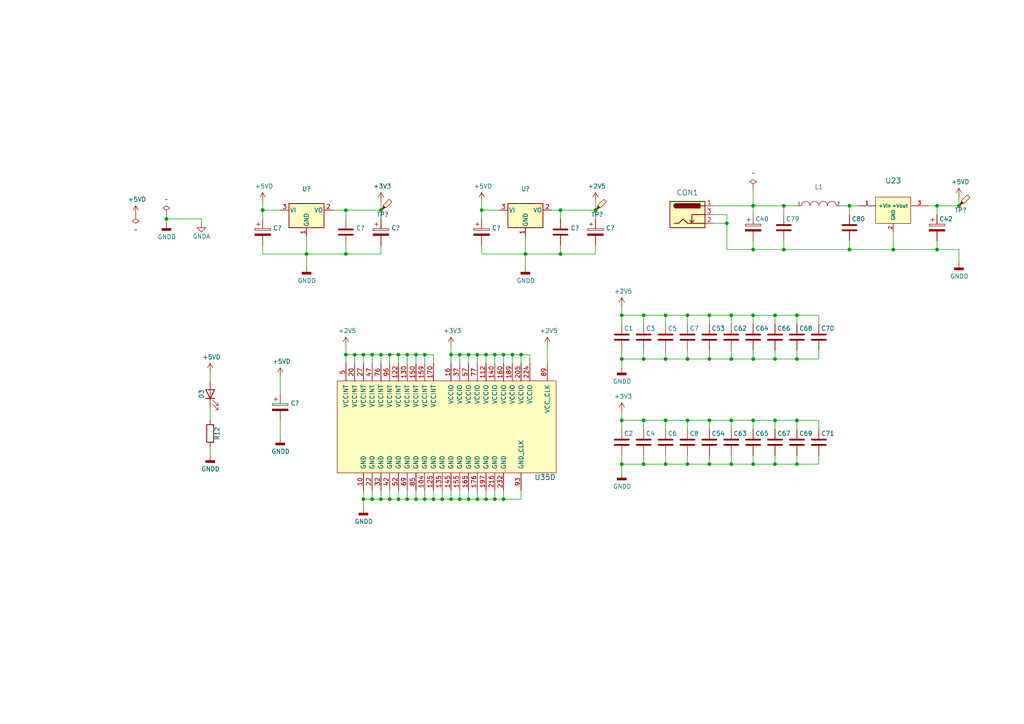
<source format=kicad_sch>
(kicad_sch (version 20211123) (generator eeschema)
  (paper "A4")
  (title_block (title "MAXI030 - 68030 based expandable computer") (date "2021-10-02") (comment 1 "Lawrence Manning"))
  (lib_symbols
    (symbol "Aslak:EPF10K130EQC240" (pin_names (offset 1.016))
      (property "Reference" "U" (at -3.81 15.24 0))
      (property "Value" "Aslak_EPF10K130EQC240" (at -2.54 8.89 0))
      (symbol "EPF10K130EQC240_1_1"
        (rectangle (start -21.59 25.4) (end 22.86 -100.33) (fill (type background)))
        (pin bidirectional line (at 27.94 -92.71 180) (length 5.08) (name "IO") (number "100"))
        (pin bidirectional line (at 27.94 -95.25 180) (length 5.08) (name "IO") (number "101"))
        (pin bidirectional line (at 27.94 -97.79 180) (length 5.08) (name "IO") (number "102"))
        (pin bidirectional line (at -26.67 -7.62 0) (length 5.08) (name "CLKUSER_I/O") (number "11"))
        (pin bidirectional line (at -26.67 -48.26 0) (length 5.08) (name "IO") (number "12"))
        (pin bidirectional line (at -26.67 -50.8 0) (length 5.08) (name "IO") (number "13"))
        (pin bidirectional line (at -26.67 -53.34 0) (length 5.08) (name "IO") (number "14"))
        (pin bidirectional line (at -26.67 -55.88 0) (length 5.08) (name "IO") (number "15"))
        (pin bidirectional line (at -26.67 -58.42 0) (length 5.08) (name "IO") (number "17"))
        (pin bidirectional line (at -26.67 -60.96 0) (length 5.08) (name "IO") (number "18"))
        (pin bidirectional line (at -26.67 22.86 0) (length 5.08) (name "DATA1_I/O") (number "181"))
        (pin bidirectional line (at -26.67 20.32 0) (length 5.08) (name "DATA2_I/O") (number "182"))
        (pin bidirectional line (at -26.67 17.78 0) (length 5.08) (name "DATA3_I/O") (number "183"))
        (pin bidirectional line (at -26.67 15.24 0) (length 5.08) (name "DATA4_I/O") (number "185"))
        (pin bidirectional line (at -26.67 12.7 0) (length 5.08) (name "DATA5_I/O") (number "186"))
        (pin bidirectional line (at -26.67 10.16 0) (length 5.08) (name "DATA6_I/O") (number "188"))
        (pin bidirectional line (at -26.67 -63.5 0) (length 5.08) (name "IO") (number "19"))
        (pin bidirectional line (at -26.67 7.62 0) (length 5.08) (name "DATA7_I/O") (number "190"))
        (pin bidirectional line (at -26.67 -15.24 0) (length 5.08) (name "~{DEV_CLR}_I/O") (number "209"))
        (pin bidirectional line (at -26.67 -66.04 0) (length 5.08) (name "IO") (number "21"))
        (pin input line (at -26.67 -30.48 0) (length 5.08) (name "IN") (number "210"))
        (pin input line (at -26.67 -22.86 0) (length 5.08) (name "IN_CLK") (number "211"))
        (pin input line (at -26.67 -33.02 0) (length 5.08) (name "IN") (number "212"))
        (pin bidirectional line (at -26.67 -12.7 0) (length 5.08) (name "DEV_OE_I/O") (number "213"))
        (pin bidirectional line (at -26.67 -68.58 0) (length 5.08) (name "IO") (number "23"))
        (pin bidirectional line (at -26.67 -5.08 0) (length 5.08) (name "~{RS}_I/O") (number "236"))
        (pin bidirectional line (at -26.67 -2.54 0) (length 5.08) (name "~{WS}_I/O") (number "238"))
        (pin bidirectional line (at -26.67 2.54 0) (length 5.08) (name "CS_I/O") (number "239"))
        (pin bidirectional line (at -26.67 -71.12 0) (length 5.08) (name "IO") (number "24"))
        (pin bidirectional line (at -26.67 0 0) (length 5.08) (name "~{CS}_I/O") (number "240"))
        (pin bidirectional line (at -26.67 -73.66 0) (length 5.08) (name "IO") (number "25"))
        (pin bidirectional line (at -26.67 -76.2 0) (length 5.08) (name "IO") (number "26"))
        (pin bidirectional line (at -26.67 -78.74 0) (length 5.08) (name "IO") (number "28"))
        (pin bidirectional line (at -26.67 -81.28 0) (length 5.08) (name "IO") (number "29"))
        (pin bidirectional line (at -26.67 -83.82 0) (length 5.08) (name "IO") (number "30"))
        (pin bidirectional line (at -26.67 -86.36 0) (length 5.08) (name "IO") (number "31"))
        (pin bidirectional line (at -26.67 -88.9 0) (length 5.08) (name "IO") (number "33"))
        (pin bidirectional line (at -26.67 -91.44 0) (length 5.08) (name "IO") (number "34"))
        (pin bidirectional line (at -26.67 -93.98 0) (length 5.08) (name "IO") (number "35"))
        (pin bidirectional line (at -26.67 -96.52 0) (length 5.08) (name "IO") (number "36"))
        (pin bidirectional line (at 27.94 21.59 180) (length 5.08) (name "IO") (number "38"))
        (pin bidirectional line (at 27.94 19.05 180) (length 5.08) (name "IO") (number "39"))
        (pin bidirectional line (at 27.94 16.51 180) (length 5.08) (name "IO") (number "40"))
        (pin bidirectional line (at 27.94 13.97 180) (length 5.08) (name "IO") (number "41"))
        (pin bidirectional line (at 27.94 11.43 180) (length 5.08) (name "IO") (number "43"))
        (pin bidirectional line (at 27.94 8.89 180) (length 5.08) (name "IO") (number "44"))
        (pin bidirectional line (at 27.94 6.35 180) (length 5.08) (name "IO") (number "45"))
        (pin bidirectional line (at 27.94 3.81 180) (length 5.08) (name "IO") (number "46"))
        (pin bidirectional line (at 27.94 1.27 180) (length 5.08) (name "IO") (number "48"))
        (pin bidirectional line (at 27.94 -1.27 180) (length 5.08) (name "IO") (number "49"))
        (pin bidirectional line (at 27.94 -3.81 180) (length 5.08) (name "IO") (number "50"))
        (pin bidirectional line (at 27.94 -6.35 180) (length 5.08) (name "IO") (number "51"))
        (pin bidirectional line (at 27.94 -8.89 180) (length 5.08) (name "IO") (number "53"))
        (pin bidirectional line (at 27.94 -11.43 180) (length 5.08) (name "IO") (number "54"))
        (pin bidirectional line (at 27.94 -13.97 180) (length 5.08) (name "IO") (number "55"))
        (pin bidirectional line (at 27.94 -16.51 180) (length 5.08) (name "IO") (number "56"))
        (pin bidirectional line (at -26.67 -38.1 0) (length 5.08) (name "IO") (number "6"))
        (pin bidirectional line (at 27.94 -19.05 180) (length 5.08) (name "IO") (number "61"))
        (pin bidirectional line (at 27.94 -21.59 180) (length 5.08) (name "IO") (number "62"))
        (pin bidirectional line (at 27.94 -24.13 180) (length 5.08) (name "IO") (number "63"))
        (pin bidirectional line (at 27.94 -26.67 180) (length 5.08) (name "IO") (number "64"))
        (pin bidirectional line (at 27.94 -29.21 180) (length 5.08) (name "IO") (number "65"))
        (pin bidirectional line (at 27.94 -31.75 180) (length 5.08) (name "IO") (number "66"))
        (pin bidirectional line (at 27.94 -34.29 180) (length 5.08) (name "IO") (number "67"))
        (pin bidirectional line (at 27.94 -36.83 180) (length 5.08) (name "IO") (number "68"))
        (pin bidirectional line (at -26.67 -40.64 0) (length 5.08) (name "IO") (number "7"))
        (pin bidirectional line (at 27.94 -39.37 180) (length 5.08) (name "IO") (number "70"))
        (pin bidirectional line (at 27.94 -41.91 180) (length 5.08) (name "IO") (number "71"))
        (pin bidirectional line (at 27.94 -44.45 180) (length 5.08) (name "IO") (number "72"))
        (pin bidirectional line (at 27.94 -46.99 180) (length 5.08) (name "IO") (number "73"))
        (pin bidirectional line (at 27.94 -49.53 180) (length 5.08) (name "IO") (number "74"))
        (pin bidirectional line (at 27.94 -52.07 180) (length 5.08) (name "IO") (number "75"))
        (pin bidirectional line (at 27.94 -54.61 180) (length 5.08) (name "IO") (number "78"))
        (pin bidirectional line (at 27.94 -57.15 180) (length 5.08) (name "IO") (number "79"))
        (pin bidirectional line (at -26.67 -43.18 0) (length 5.08) (name "IO") (number "8"))
        (pin bidirectional line (at 27.94 -59.69 180) (length 5.08) (name "IO") (number "80"))
        (pin bidirectional line (at 27.94 -62.23 180) (length 5.08) (name "IO") (number "81"))
        (pin bidirectional line (at 27.94 -64.77 180) (length 5.08) (name "IO") (number "82"))
        (pin bidirectional line (at 27.94 -67.31 180) (length 5.08) (name "IO") (number "83"))
        (pin bidirectional line (at 27.94 -69.85 180) (length 5.08) (name "IO") (number "84"))
        (pin bidirectional line (at 27.94 -72.39 180) (length 5.08) (name "IO") (number "86"))
        (pin bidirectional line (at 27.94 -74.93 180) (length 5.08) (name "IO") (number "87"))
        (pin bidirectional line (at 27.94 -77.47 180) (length 5.08) (name "IO") (number "88"))
        (pin bidirectional line (at -26.67 -45.72 0) (length 5.08) (name "IO") (number "9"))
        (pin input line (at -26.67 -25.4 0) (length 5.08) (name "IN") (number "90"))
        (pin input line (at -26.67 -20.32 0) (length 5.08) (name "IN_CLK") (number "91"))
        (pin input line (at -26.67 -27.94 0) (length 5.08) (name "IN") (number "92"))
        (pin bidirectional line (at 27.94 -80.01 180) (length 5.08) (name "IO") (number "94"))
        (pin bidirectional line (at 27.94 -82.55 180) (length 5.08) (name "IO") (number "95"))
        (pin bidirectional line (at 27.94 -85.09 180) (length 5.08) (name "IO") (number "97"))
        (pin bidirectional line (at 27.94 -87.63 180) (length 5.08) (name "IO") (number "98"))
        (pin bidirectional line (at 27.94 -90.17 180) (length 5.08) (name "IO") (number "99"))
      )
      (symbol "EPF10K130EQC240_2_1"
        (rectangle (start -21.59 24.13) (end 22.86 -100.33) (fill (type background)))
        (pin bidirectional line (at -26.67 21.59 0) (length 5.08) (name "IO") (number "103"))
        (pin bidirectional line (at -26.67 19.05 0) (length 5.08) (name "IO") (number "105"))
        (pin bidirectional line (at -26.67 16.51 0) (length 5.08) (name "IO") (number "106"))
        (pin bidirectional line (at -26.67 13.97 0) (length 5.08) (name "IO") (number "107"))
        (pin bidirectional line (at -26.67 11.43 0) (length 5.08) (name "IO") (number "108"))
        (pin bidirectional line (at -26.67 8.89 0) (length 5.08) (name "IO") (number "109"))
        (pin bidirectional line (at -26.67 6.35 0) (length 5.08) (name "IO") (number "110"))
        (pin bidirectional line (at -26.67 3.81 0) (length 5.08) (name "IO") (number "111"))
        (pin bidirectional line (at -26.67 1.27 0) (length 5.08) (name "IO") (number "113"))
        (pin bidirectional line (at -26.67 -1.27 0) (length 5.08) (name "IO") (number "114"))
        (pin bidirectional line (at -26.67 -3.81 0) (length 5.08) (name "IO") (number "115"))
        (pin bidirectional line (at -26.67 -6.35 0) (length 5.08) (name "IO") (number "116"))
        (pin bidirectional line (at -26.67 -8.89 0) (length 5.08) (name "IO") (number "117"))
        (pin bidirectional line (at -26.67 -11.43 0) (length 5.08) (name "IO") (number "118"))
        (pin bidirectional line (at -26.67 -13.97 0) (length 5.08) (name "IO") (number "119"))
        (pin bidirectional line (at -26.67 -16.51 0) (length 5.08) (name "IO") (number "120"))
        (pin bidirectional line (at -26.67 -19.05 0) (length 5.08) (name "IO") (number "126"))
        (pin bidirectional line (at -26.67 -21.59 0) (length 5.08) (name "IO") (number "127"))
        (pin bidirectional line (at -26.67 -24.13 0) (length 5.08) (name "IO") (number "128"))
        (pin bidirectional line (at -26.67 -26.67 0) (length 5.08) (name "IO") (number "129"))
        (pin bidirectional line (at -26.67 -29.21 0) (length 5.08) (name "IO") (number "131"))
        (pin bidirectional line (at -26.67 -31.75 0) (length 5.08) (name "IO") (number "132"))
        (pin bidirectional line (at -26.67 -34.29 0) (length 5.08) (name "IO") (number "133"))
        (pin bidirectional line (at -26.67 -36.83 0) (length 5.08) (name "IO") (number "134"))
        (pin bidirectional line (at -26.67 -39.37 0) (length 5.08) (name "IO") (number "136"))
        (pin bidirectional line (at -26.67 -41.91 0) (length 5.08) (name "IO") (number "137"))
        (pin bidirectional line (at -26.67 -44.45 0) (length 5.08) (name "IO") (number "138"))
        (pin bidirectional line (at -26.67 -46.99 0) (length 5.08) (name "IO") (number "139"))
        (pin bidirectional line (at -26.67 -49.53 0) (length 5.08) (name "IO") (number "141"))
        (pin bidirectional line (at -26.67 -52.07 0) (length 5.08) (name "IO") (number "142"))
        (pin bidirectional line (at -26.67 -54.61 0) (length 5.08) (name "IO") (number "143"))
        (pin bidirectional line (at -26.67 -57.15 0) (length 5.08) (name "IO") (number "144"))
        (pin bidirectional line (at -26.67 -59.69 0) (length 5.08) (name "IO") (number "146"))
        (pin bidirectional line (at -26.67 -62.23 0) (length 5.08) (name "IO") (number "147"))
        (pin bidirectional line (at -26.67 -64.77 0) (length 5.08) (name "IO") (number "148"))
        (pin bidirectional line (at -26.67 -67.31 0) (length 5.08) (name "IO") (number "149"))
        (pin bidirectional line (at -26.67 -69.85 0) (length 5.08) (name "IO") (number "151"))
        (pin bidirectional line (at -26.67 -72.39 0) (length 5.08) (name "IO") (number "152"))
        (pin bidirectional line (at -26.67 -74.93 0) (length 5.08) (name "IO") (number "153"))
        (pin bidirectional line (at -26.67 -77.47 0) (length 5.08) (name "IO") (number "154"))
        (pin bidirectional line (at -26.67 -80.01 0) (length 5.08) (name "IO") (number "156"))
        (pin bidirectional line (at -26.67 -82.55 0) (length 5.08) (name "IO") (number "157"))
        (pin bidirectional line (at -26.67 -85.09 0) (length 5.08) (name "IO") (number "158"))
        (pin bidirectional line (at -26.67 -87.63 0) (length 5.08) (name "IO") (number "161"))
        (pin bidirectional line (at -26.67 -90.17 0) (length 5.08) (name "IO") (number "162"))
        (pin bidirectional line (at -26.67 -92.71 0) (length 5.08) (name "IO") (number "163"))
        (pin bidirectional line (at -26.67 -95.25 0) (length 5.08) (name "IO") (number "164"))
        (pin bidirectional line (at -26.67 -97.79 0) (length 5.08) (name "IO") (number "166"))
        (pin bidirectional line (at 27.94 19.05 180) (length 5.08) (name "IO") (number "167"))
        (pin bidirectional line (at 27.94 16.51 180) (length 5.08) (name "IO") (number "168"))
        (pin bidirectional line (at 27.94 13.97 180) (length 5.08) (name "IO") (number "169"))
        (pin bidirectional line (at 27.94 11.43 180) (length 5.08) (name "IO") (number "171"))
        (pin bidirectional line (at 27.94 8.89 180) (length 5.08) (name "IO") (number "172"))
        (pin bidirectional line (at 27.94 6.35 180) (length 5.08) (name "IO") (number "173"))
        (pin bidirectional line (at 27.94 3.81 180) (length 5.08) (name "IO") (number "174"))
        (pin bidirectional line (at 27.94 1.27 180) (length 5.08) (name "IO") (number "175"))
        (pin bidirectional line (at 27.94 -1.27 180) (length 5.08) (name "IO") (number "184"))
        (pin bidirectional line (at 27.94 -3.81 180) (length 5.08) (name "IO") (number "187"))
        (pin bidirectional line (at 27.94 -6.35 180) (length 5.08) (name "IO") (number "191"))
        (pin bidirectional line (at 27.94 -8.89 180) (length 5.08) (name "IO") (number "192"))
        (pin bidirectional line (at 27.94 -11.43 180) (length 5.08) (name "IO") (number "193"))
        (pin bidirectional line (at 27.94 -13.97 180) (length 5.08) (name "IO") (number "194"))
        (pin bidirectional line (at 27.94 -16.51 180) (length 5.08) (name "IO") (number "195"))
        (pin bidirectional line (at 27.94 -19.05 180) (length 5.08) (name "IO") (number "196"))
        (pin bidirectional line (at 27.94 -21.59 180) (length 5.08) (name "IO") (number "198"))
        (pin bidirectional line (at 27.94 -24.13 180) (length 5.08) (name "IO") (number "199"))
        (pin bidirectional line (at 27.94 -26.67 180) (length 5.08) (name "IO") (number "200"))
        (pin bidirectional line (at 27.94 -29.21 180) (length 5.08) (name "IO") (number "201"))
        (pin bidirectional line (at 27.94 -31.75 180) (length 5.08) (name "IO") (number "202"))
        (pin bidirectional line (at 27.94 -34.29 180) (length 5.08) (name "IO") (number "203"))
        (pin bidirectional line (at 27.94 -36.83 180) (length 5.08) (name "IO") (number "204"))
        (pin bidirectional line (at 27.94 -39.37 180) (length 5.08) (name "IO") (number "206"))
        (pin bidirectional line (at 27.94 -41.91 180) (length 5.08) (name "IO") (number "207"))
        (pin bidirectional line (at 27.94 -44.45 180) (length 5.08) (name "IO") (number "208"))
        (pin bidirectional line (at 27.94 -46.99 180) (length 5.08) (name "IO") (number "214"))
        (pin bidirectional line (at 27.94 -49.53 180) (length 5.08) (name "IO") (number "215"))
        (pin bidirectional line (at 27.94 -52.07 180) (length 5.08) (name "IO") (number "217"))
        (pin bidirectional line (at 27.94 -54.61 180) (length 5.08) (name "IO") (number "218"))
        (pin bidirectional line (at 27.94 -57.15 180) (length 5.08) (name "IO") (number "219"))
        (pin bidirectional line (at 27.94 -59.69 180) (length 5.08) (name "IO") (number "220"))
        (pin bidirectional line (at 27.94 -62.23 180) (length 5.08) (name "IO") (number "221"))
        (pin bidirectional line (at 27.94 -64.77 180) (length 5.08) (name "IO") (number "222"))
        (pin bidirectional line (at 27.94 -67.31 180) (length 5.08) (name "IO") (number "223"))
        (pin bidirectional line (at 27.94 -69.85 180) (length 5.08) (name "IO") (number "225"))
        (pin bidirectional line (at 27.94 -72.39 180) (length 5.08) (name "IO") (number "226"))
        (pin bidirectional line (at 27.94 -74.93 180) (length 5.08) (name "IO") (number "227"))
        (pin bidirectional line (at 27.94 -77.47 180) (length 5.08) (name "IO") (number "228"))
        (pin bidirectional line (at 27.94 -80.01 180) (length 5.08) (name "IO") (number "229"))
        (pin bidirectional line (at 27.94 -82.55 180) (length 5.08) (name "IO") (number "230"))
        (pin bidirectional line (at 27.94 -85.09 180) (length 5.08) (name "IO") (number "231"))
        (pin bidirectional line (at 27.94 -87.63 180) (length 5.08) (name "IO") (number "233"))
        (pin bidirectional line (at 27.94 -90.17 180) (length 5.08) (name "IO") (number "234"))
        (pin bidirectional line (at 27.94 -92.71 180) (length 5.08) (name "IO") (number "235"))
        (pin bidirectional line (at 27.94 -95.25 180) (length 5.08) (name "IO") (number "237"))
      )
      (symbol "EPF10K130EQC240_3_1"
        (rectangle (start -21.59 -15.24) (end 19.05 25.4) (fill (type background)))
        (pin input line (at -26.67 16.51 0) (length 5.08) (name "TCK") (number "1"))
        (pin input inverted (at -26.67 -1.27 0) (length 5.08) (name "~{CONFIG}") (number "121"))
        (pin input line (at 24.13 1.27 180) (length 5.08) (name "MSEL1") (number "123"))
        (pin input line (at 24.13 3.81 180) (length 5.08) (name "MSEL0") (number "124"))
        (pin input line (at -26.67 19.05 0) (length 5.08) (name "TDI") (number "177"))
        (pin input inverted (at -26.67 6.35 0) (length 5.08) (name "~{CE}") (number "178"))
        (pin input line (at -26.67 -3.81 0) (length 5.08) (name "DCLK") (number "179"))
        (pin input line (at -26.67 -8.89 0) (length 5.08) (name "DATA0") (number "180"))
        (pin bidirectional line (at -26.67 1.27 0) (length 5.08) (name "CONFIG_DONE") (number "2"))
        (pin output inverted (at 24.13 8.89 180) (length 5.08) (name "~{CEO}") (number "3"))
        (pin output line (at -26.67 21.59 0) (length 5.08) (name "TDO") (number "4"))
        (pin input line (at -26.67 13.97 0) (length 5.08) (name "TMS") (number "58"))
        (pin input line (at -26.67 11.43 0) (length 5.08) (name "TRST") (number "59"))
        (pin input inverted (at -26.67 3.81 0) (length 5.08) (name "~{STATUS}") (number "60"))
      )
      (symbol "EPF10K130EQC240_4_1"
        (rectangle (start -27.94 25.4) (end 35.56 -1.27) (fill (type background)))
        (pin power_in line (at -20.32 -6.35 90) (length 5.08) (name "GND") (number "10"))
        (pin power_in line (at -2.54 -6.35 90) (length 5.08) (name "GND") (number "104"))
        (pin power_in line (at 15.24 30.48 270) (length 5.08) (name "VCCIO") (number "112"))
        (pin power_in line (at -10.16 30.48 270) (length 5.08) (name "VCCINT") (number "122"))
        (pin power_in line (at 0 -6.35 90) (length 5.08) (name "GND") (number "125"))
        (pin power_in line (at -7.62 30.48 270) (length 5.08) (name "VCCINT") (number "130"))
        (pin power_in line (at 2.54 -6.35 90) (length 5.08) (name "GND") (number "135"))
        (pin power_in line (at 17.78 30.48 270) (length 5.08) (name "VCCIO") (number "140"))
        (pin power_in line (at 5.08 -6.35 90) (length 5.08) (name "GND") (number "145"))
        (pin power_in line (at -5.08 30.48 270) (length 5.08) (name "VCCINT") (number "150"))
        (pin power_in line (at 7.62 -6.35 90) (length 5.08) (name "GND") (number "155"))
        (pin power_in line (at -2.54 30.48 270) (length 5.08) (name "VCCINT") (number "159"))
        (pin power_in line (at 5.08 30.48 270) (length 5.08) (name "VCCIO") (number "16"))
        (pin power_in line (at 20.32 30.48 270) (length 5.08) (name "VCCIO") (number "160"))
        (pin power_in line (at 10.16 -6.35 90) (length 5.08) (name "GND") (number "165"))
        (pin power_in line (at 0 30.48 270) (length 5.08) (name "VCCINT") (number "170"))
        (pin power_in line (at 12.7 -6.35 90) (length 5.08) (name "GND") (number "176"))
        (pin power_in line (at 22.86 30.48 270) (length 5.08) (name "VCCIO") (number "189"))
        (pin power_in line (at 15.24 -6.35 90) (length 5.08) (name "GND") (number "197"))
        (pin power_in line (at -22.86 30.48 270) (length 5.08) (name "VCCINT") (number "20"))
        (pin power_in line (at 25.4 30.48 270) (length 5.08) (name "VCCIO") (number "205"))
        (pin power_in line (at 17.78 -6.35 90) (length 5.08) (name "GND") (number "216"))
        (pin power_in line (at -17.78 -6.35 90) (length 5.08) (name "GND") (number "22"))
        (pin power_in line (at 27.94 30.48 270) (length 5.08) (name "VCCIO") (number "224"))
        (pin power_in line (at 20.32 -6.35 90) (length 5.08) (name "GND") (number "232"))
        (pin power_in line (at -20.32 30.48 270) (length 5.08) (name "VCCINT") (number "27"))
        (pin power_in line (at -15.24 -6.35 90) (length 5.08) (name "GND") (number "32"))
        (pin power_in line (at 7.62 30.48 270) (length 5.08) (name "VCCIO") (number "37"))
        (pin power_in line (at -12.7 -6.35 90) (length 5.08) (name "GND") (number "42"))
        (pin power_in line (at -17.78 30.48 270) (length 5.08) (name "VCCINT") (number "47"))
        (pin power_in line (at -25.4 30.48 270) (length 5.08) (name "VCCINT") (number "5"))
        (pin power_in line (at -10.16 -6.35 90) (length 5.08) (name "GND") (number "52"))
        (pin power_in line (at 10.16 30.48 270) (length 5.08) (name "VCCIO") (number "57"))
        (pin power_in line (at -7.62 -6.35 90) (length 5.08) (name "GND") (number "69"))
        (pin power_in line (at -15.24 30.48 270) (length 5.08) (name "VCCINT") (number "76"))
        (pin power_in line (at 12.7 30.48 270) (length 5.08) (name "VCCIO") (number "77"))
        (pin power_in line (at -5.08 -6.35 90) (length 5.08) (name "GND") (number "85"))
        (pin power_in line (at 33.02 30.48 270) (length 5.08) (name "VCC_CLK") (number "89"))
        (pin power_in line (at 25.4 -6.35 90) (length 5.08) (name "GND_CLK") (number "93"))
        (pin power_in line (at -12.7 30.48 270) (length 5.08) (name "VCCINT") (number "96"))
      )
    )
    (symbol "Aslak:SR05S05" (pin_names (offset 0.762))
      (property "Reference" "U" (at 3.81 -4.9784 0))
      (property "Value" "Aslak_SR05S05" (at 0 5.08 0))
      (symbol "SR05S05_0_1"
        (rectangle (start -5.08 -3.81) (end 5.08 3.81) (fill (type background)))
      )
      (symbol "SR05S05_1_1"
        (pin input line (at -10.16 1.27 0) (length 5.08) (name "+Vin") (number "1"))
        (pin input line (at 0 -6.35 90) (length 2.54) (name "GND") (number "2"))
        (pin power_out line (at 10.16 1.27 180) (length 5.08) (name "+Vout") (number "3"))
      )
    )
    (symbol "Connector:Barrel_Jack_Switch" (pin_names hide)
      (property "Reference" "J" (at 0 5.334 0))
      (property "Value" "Barrel_Jack_Switch" (at 0 -5.08 0))
      (symbol "Barrel_Jack_Switch_0_1"
        (rectangle (start -5.08 3.81) (end 5.08 -3.81) (stroke (width 0.254)) (fill (type background)))
        (arc (start -3.302 3.175) (mid -3.937 2.54) (end -3.302 1.905) (stroke (width 0.254)))
        (arc (start -3.302 3.175) (mid -3.937 2.54) (end -3.302 1.905) (stroke (width 0.254)) (fill (type outline)))
        (polyline (pts (xy 1.27 -2.286) (xy 1.905 -1.651)) (stroke (width 0.254)))
        (polyline (pts (xy 5.08 2.54) (xy 3.81 2.54)) (stroke (width 0.254)))
        (polyline (pts (xy 5.08 0) (xy 1.27 0) (xy 1.27 -2.286) (xy 0.635 -1.651)) (stroke (width 0.254)))
        (polyline (pts (xy -3.81 -2.54) (xy -2.54 -2.54) (xy -1.27 -1.27) (xy 0 -2.54) (xy 2.54 -2.54) (xy 5.08 -2.54)) (stroke (width 0.254)))
        (rectangle (start 3.683 3.175) (end -3.302 1.905) (stroke (width 0.254)) (fill (type outline)))
      )
      (symbol "Barrel_Jack_Switch_1_1"
        (pin passive line (at 7.62 2.54 180) (length 2.54) (name "~") (number "1"))
        (pin passive line (at 7.62 -2.54 180) (length 2.54) (name "~") (number "2"))
        (pin passive line (at 7.62 0 180) (length 2.54) (name "~") (number "3"))
      )
    )
    (symbol "Connector:TestPoint_Probe" (pin_numbers hide) (pin_names (offset 0.762) hide)
      (property "Reference" "TP" (at 1.651 5.842 0))
      (property "Value" "TestPoint_Probe" (at 1.651 4.064 0))
      (symbol "TestPoint_Probe_0_1"
        (polyline (pts (xy 1.27 0.762) (xy 0 0) (xy 0.762 1.27) (xy 1.27 0.762)) (fill (type outline)))
        (polyline (pts (xy 1.397 0.635) (xy 0.635 1.397) (xy 2.413 3.175) (xy 3.175 2.413) (xy 1.397 0.635)) (fill (type background)))
      )
      (symbol "TestPoint_Probe_1_1"
        (pin passive line (at 0 0 90) (length 0) (name "1") (number "1"))
      )
    )
    (symbol "Device:C" (pin_numbers hide) (pin_names (offset 0.254))
      (property "Reference" "C" (at 0.635 2.54 0))
      (property "Value" "C" (at 0.635 -2.54 0))
      (symbol "C_0_1"
        (polyline (pts (xy -2.032 -0.762) (xy 2.032 -0.762)) (stroke (width 0.508)))
        (polyline (pts (xy -2.032 0.762) (xy 2.032 0.762)) (stroke (width 0.508)))
      )
      (symbol "C_1_1"
        (pin passive line (at 0 3.81 270) (length 2.794) (name "~") (number "1"))
        (pin passive line (at 0 -3.81 90) (length 2.794) (name "~") (number "2"))
      )
    )
    (symbol "Device:CP" (pin_numbers hide) (pin_names (offset 0.254))
      (property "Reference" "C" (at 0.635 2.54 0))
      (property "Value" "Device_CP" (at 0.635 -2.54 0))
      (symbol "CP_0_1"
        (rectangle (start -2.286 0.508) (end 2.286 1.016))
        (polyline (pts (xy -1.778 2.286) (xy -0.762 2.286)))
        (polyline (pts (xy -1.27 2.794) (xy -1.27 1.778)))
        (rectangle (start 2.286 -0.508) (end -2.286 -1.016) (fill (type outline)))
      )
      (symbol "CP_1_1"
        (pin passive line (at 0 3.81 270) (length 2.794) (name "~") (number "1"))
        (pin passive line (at 0 -3.81 90) (length 2.794) (name "~") (number "2"))
      )
    )
    (symbol "Device:LED" (pin_numbers hide) (pin_names (offset 1.016) hide)
      (property "Reference" "D" (at 0 2.54 0))
      (property "Value" "LED" (at 0 -2.54 0))
      (symbol "LED_0_1"
        (polyline (pts (xy -1.27 -1.27) (xy -1.27 1.27)) (stroke (width 0.254)))
        (polyline (pts (xy -1.27 0) (xy 1.27 0)))
        (polyline (pts (xy 1.27 -1.27) (xy 1.27 1.27) (xy -1.27 0) (xy 1.27 -1.27)) (stroke (width 0.254)))
        (polyline (pts (xy -3.048 -0.762) (xy -4.572 -2.286) (xy -3.81 -2.286) (xy -4.572 -2.286) (xy -4.572 -1.524)))
        (polyline (pts (xy -1.778 -0.762) (xy -3.302 -2.286) (xy -2.54 -2.286) (xy -3.302 -2.286) (xy -3.302 -1.524)))
      )
      (symbol "LED_1_1"
        (pin passive line (at -3.81 0 0) (length 2.54) (name "K") (number "1"))
        (pin passive line (at 3.81 0 180) (length 2.54) (name "A") (number "2"))
      )
    )
    (symbol "Device:R" (pin_numbers hide) (pin_names (offset 0))
      (property "Reference" "R" (at 2.032 0 90))
      (property "Value" "R" (at 0 0 90))
      (symbol "R_0_1"
        (rectangle (start -1.016 -2.54) (end 1.016 2.54) (stroke (width 0.254)))
      )
      (symbol "R_1_1"
        (pin passive line (at 0 3.81 270) (length 1.27) (name "~") (number "1"))
        (pin passive line (at 0 -3.81 90) (length 1.27) (name "~") (number "2"))
      )
    )
    (symbol "Regulator_Linear:AZ1117-1.2" (pin_names (offset 0.254))
      (property "Reference" "U" (at -3.81 3.175 0))
      (property "Value" "AZ1117-1.2" (at 0 3.175 0))
      (symbol "AZ1117-1.2_0_1"
        (rectangle (start -5.08 1.905) (end 5.08 -5.08) (stroke (width 0.254)) (fill (type background)))
      )
      (symbol "AZ1117-1.2_1_1"
        (pin power_in line (at 0 -7.62 90) (length 2.54) (name "GND") (number "1"))
        (pin power_out line (at 7.62 0 180) (length 2.54) (name "VO") (number "2"))
        (pin power_in line (at -7.62 0 0) (length 2.54) (name "VI") (number "3"))
      )
    )
    (symbol "Regulator_Linear:AZ1117-3.3" (pin_names (offset 0.254))
      (property "Reference" "U" (at -3.81 3.175 0))
      (property "Value" "AZ1117-3.3" (at 0 3.175 0))
      (symbol "AZ1117-3.3_0_1"
        (rectangle (start -5.08 1.905) (end 5.08 -5.08) (stroke (width 0.254)) (fill (type background)))
      )
      (symbol "AZ1117-3.3_1_1"
        (pin power_in line (at 0 -7.62 90) (length 2.54) (name "GND") (number "1"))
        (pin power_out line (at 7.62 0 180) (length 2.54) (name "VO") (number "2"))
        (pin power_in line (at -7.62 0 0) (length 2.54) (name "VI") (number "3"))
      )
    )
    (symbol "power:+2V5" (power) (pin_names (offset 0))
      (property "Value" "+2V5" (at 0 3.556 0))
      (symbol "+2V5_0_1"
        (polyline (pts (xy -0.762 1.27) (xy 0 2.54)))
        (polyline (pts (xy 0 0) (xy 0 2.54)))
        (polyline (pts (xy 0 2.54) (xy 0.762 1.27)))
      )
      (symbol "+2V5_1_1"
        (pin power_in line (at 0 0 90) (length 0) hide (name "+2V5") (number "1"))
      )
    )
    (symbol "power:+3V3" (power) (pin_names (offset 0))
      (property "Value" "+3V3" (at 0 3.556 0))
      (symbol "+3V3_0_1"
        (polyline (pts (xy -0.762 1.27) (xy 0 2.54)))
        (polyline (pts (xy 0 0) (xy 0 2.54)))
        (polyline (pts (xy 0 2.54) (xy 0.762 1.27)))
      )
      (symbol "+3V3_1_1"
        (pin power_in line (at 0 0 90) (length 0) hide (name "+3V3") (number "1"))
      )
    )
    (symbol "power:+5VD" (power) (pin_names (offset 0))
      (property "Value" "+5VD" (at 0 3.556 0))
      (symbol "+5VD_0_1"
        (polyline (pts (xy -0.762 1.27) (xy 0 2.54)))
        (polyline (pts (xy 0 0) (xy 0 2.54)))
        (polyline (pts (xy 0 2.54) (xy 0.762 1.27)))
      )
      (symbol "+5VD_1_1"
        (pin power_in line (at 0 0 90) (length 0) hide (name "+5VD") (number "1"))
      )
    )
    (symbol "power:GNDA" (power) (pin_names (offset 0))
      (property "Value" "GNDA" (at 0 -3.81 0))
      (symbol "GNDA_0_1"
        (polyline (pts (xy 0 0) (xy 0 -1.27) (xy 1.27 -1.27) (xy 0 -2.54) (xy -1.27 -1.27) (xy 0 -1.27)))
      )
      (symbol "GNDA_1_1"
        (pin power_in line (at 0 0 270) (length 0) hide (name "GNDA") (number "1"))
      )
    )
    (symbol "power:GNDD" (power) (pin_names (offset 0))
      (property "Value" "GNDD" (at 0 -3.175 0))
      (symbol "GNDD_0_1"
        (rectangle (start -1.27 -1.524) (end 1.27 -2.032) (stroke (width 0.254)) (fill (type outline)))
        (polyline (pts (xy 0 0) (xy 0 -1.524)))
      )
      (symbol "GNDD_1_1"
        (pin power_in line (at 0 0 270) (length 0) hide (name "GNDD") (number "1"))
      )
    )
    (symbol "power:PWR_FLAG" (power) (pin_numbers hide) (pin_names (offset 0) hide)
      (property "Value" "PWR_FLAG" (at 0 3.81 0))
      (symbol "PWR_FLAG_0_0"
        (pin power_out line (at 0 0 90) (length 0) (name "pwr") (number "1"))
      )
      (symbol "PWR_FLAG_0_1"
        (polyline (pts (xy 0 0) (xy 0 1.27) (xy -1.016 1.905) (xy 0 2.54) (xy 1.016 1.905) (xy 0 1.27)))
      )
    )
    (symbol "pspice:INDUCTOR" (pin_numbers hide) (pin_names (offset 0))
      (property "Reference" "L" (at 0 2.54 0))
      (property "Value" "INDUCTOR" (at 0 -1.27 0))
      (symbol "INDUCTOR_0_1"
        (arc (start -2.54 0) (mid -3.81 1.27) (end -5.08 0))
        (arc (start 0 0) (mid -1.27 1.27) (end -2.54 0))
        (arc (start 2.54 0) (mid 1.27 1.27) (end 0 0))
        (arc (start 5.08 0) (mid 3.81 1.27) (end 2.54 0))
      )
      (symbol "INDUCTOR_1_1"
        (pin input line (at -6.35 0 0) (length 1.27) (name "1") (number "1"))
        (pin input line (at 6.35 0 180) (length 1.27) (name "2") (number "2"))
      )
    )
  )
  (junction (at 186.69 91.44))
  (junction (at 180.34 91.44))
  (junction (at 212.09 104.14))
  (junction (at 118.11 144.78))
  (junction (at 100.33 73.66))
  (junction (at 259.08 72.39))
  (junction (at 172.72 60.96))
  (junction (at 113.03 144.78))
  (junction (at 205.74 91.44))
  (junction (at 180.34 134.62))
  (junction (at 218.44 91.44))
  (junction (at 138.43 144.78))
  (junction (at 212.09 91.44))
  (junction (at 231.14 134.62))
  (junction (at 107.95 144.78))
  (junction (at 48.26 63.5))
  (junction (at 227.33 59.69))
  (junction (at 246.38 59.69))
  (junction (at 105.41 102.87))
  (junction (at 105.41 144.78))
  (junction (at 199.39 134.62))
  (junction (at 140.97 144.78))
  (junction (at 205.74 121.92))
  (junction (at 231.14 104.14))
  (junction (at 115.57 102.87))
  (junction (at 143.51 144.78))
  (junction (at 224.79 121.92))
  (junction (at 102.87 102.87))
  (junction (at 224.79 104.14))
  (junction (at 224.79 91.44))
  (junction (at 199.39 104.14))
  (junction (at 205.74 104.14))
  (junction (at 218.44 72.39))
  (junction (at 162.56 60.96))
  (junction (at 115.57 144.78))
  (junction (at 120.65 102.87))
  (junction (at 138.43 102.87))
  (junction (at 218.44 104.14))
  (junction (at 152.4 73.66))
  (junction (at 278.13 59.69))
  (junction (at 118.11 102.87))
  (junction (at 107.95 102.87))
  (junction (at 271.78 59.69))
  (junction (at 130.81 144.78))
  (junction (at 180.34 104.14))
  (junction (at 218.44 121.92))
  (junction (at 148.59 102.87))
  (junction (at 88.9 73.66))
  (junction (at 143.51 102.87))
  (junction (at 140.97 102.87))
  (junction (at 205.74 134.62))
  (junction (at 186.69 104.14))
  (junction (at 76.2 60.96))
  (junction (at 218.44 134.62))
  (junction (at 113.03 102.87))
  (junction (at 227.33 72.39))
  (junction (at 180.34 121.92))
  (junction (at 271.78 72.39))
  (junction (at 231.14 121.92))
  (junction (at 139.7 60.96))
  (junction (at 212.09 134.62))
  (junction (at 110.49 60.96))
  (junction (at 186.69 121.92))
  (junction (at 199.39 91.44))
  (junction (at 193.04 104.14))
  (junction (at 162.56 73.66))
  (junction (at 193.04 134.62))
  (junction (at 193.04 91.44))
  (junction (at 123.19 102.87))
  (junction (at 110.49 102.87))
  (junction (at 125.73 144.78))
  (junction (at 123.19 144.78))
  (junction (at 100.33 60.96))
  (junction (at 231.14 91.44))
  (junction (at 130.81 102.87))
  (junction (at 193.04 121.92))
  (junction (at 135.89 144.78))
  (junction (at 100.33 102.87))
  (junction (at 146.05 144.78))
  (junction (at 146.05 102.87))
  (junction (at 120.65 144.78))
  (junction (at 224.79 134.62))
  (junction (at 186.69 134.62))
  (junction (at 110.49 144.78))
  (junction (at 199.39 121.92))
  (junction (at 210.82 64.77))
  (junction (at 133.35 102.87))
  (junction (at 135.89 102.87))
  (junction (at 212.09 121.92))
  (junction (at 246.38 72.39))
  (junction (at 151.13 102.87))
  (junction (at 218.44 59.69))
  (junction (at 128.27 144.78))
  (junction (at 133.35 144.78))
  (wire (pts (xy 139.7 60.96) (xy 139.7 63.5)))
  (wire (pts (xy 140.97 144.78) (xy 143.51 144.78)))
  (wire (pts (xy 218.44 72.39) (xy 227.33 72.39)))
  (wire (pts (xy 133.35 105.41) (xy 133.35 102.87)))
  (wire (pts (xy 162.56 60.96) (xy 172.72 60.96)))
  (wire (pts (xy 259.08 72.39) (xy 271.78 72.39)))
  (wire (pts (xy 212.09 101.6) (xy 212.09 104.14)))
  (wire (pts (xy 231.14 134.62) (xy 224.79 134.62)))
  (wire (pts (xy 186.69 93.98) (xy 186.69 91.44)))
  (wire (pts (xy 224.79 134.62) (xy 218.44 134.62)))
  (wire (pts (xy 207.01 59.69) (xy 218.44 59.69)))
  (wire (pts (xy 224.79 132.08) (xy 224.79 134.62)))
  (wire (pts (xy 278.13 72.39) (xy 278.13 76.2)))
  (wire (pts (xy 81.28 121.92) (xy 81.28 127)))
  (wire (pts (xy 205.74 93.98) (xy 205.74 91.44)))
  (wire (pts (xy 218.44 59.69) (xy 218.44 62.23)))
  (wire (pts (xy 107.95 102.87) (xy 110.49 102.87)))
  (wire (pts (xy 162.56 71.12) (xy 162.56 73.66)))
  (wire (pts (xy 237.49 132.08) (xy 237.49 134.62)))
  (wire (pts (xy 110.49 63.5) (xy 110.49 60.96)))
  (wire (pts (xy 193.04 134.62) (xy 186.69 134.62)))
  (wire (pts (xy 180.34 132.08) (xy 180.34 134.62)))
  (wire (pts (xy 110.49 60.96) (xy 110.49 58.42)))
  (wire (pts (xy 88.9 68.58) (xy 88.9 73.66)))
  (wire (pts (xy 180.34 88.9) (xy 180.34 91.44)))
  (wire (pts (xy 227.33 72.39) (xy 227.33 69.85)))
  (wire (pts (xy 130.81 142.24) (xy 130.81 144.78)))
  (wire (pts (xy 81.28 60.96) (xy 76.2 60.96)))
  (wire (pts (xy 210.82 62.23) (xy 210.82 64.77)))
  (wire (pts (xy 125.73 105.41) (xy 125.73 102.87)))
  (wire (pts (xy 107.95 144.78) (xy 110.49 144.78)))
  (wire (pts (xy 224.79 101.6) (xy 224.79 104.14)))
  (wire (pts (xy 113.03 105.41) (xy 113.03 102.87)))
  (wire (pts (xy 212.09 132.08) (xy 212.09 134.62)))
  (wire (pts (xy 186.69 104.14) (xy 180.34 104.14)))
  (wire (pts (xy 158.75 105.41) (xy 158.75 100.33)))
  (wire (pts (xy 227.33 59.69) (xy 231.14 59.69)))
  (wire (pts (xy 133.35 142.24) (xy 133.35 144.78)))
  (wire (pts (xy 218.44 104.14) (xy 212.09 104.14)))
  (wire (pts (xy 186.69 101.6) (xy 186.69 104.14)))
  (wire (pts (xy 218.44 121.92) (xy 218.44 124.46)))
  (wire (pts (xy 143.51 144.78) (xy 146.05 144.78)))
  (wire (pts (xy 231.14 104.14) (xy 224.79 104.14)))
  (wire (pts (xy 60.96 118.11) (xy 60.96 121.92)))
  (wire (pts (xy 227.33 72.39) (xy 246.38 72.39)))
  (wire (pts (xy 135.89 142.24) (xy 135.89 144.78)))
  (wire (pts (xy 218.44 69.85) (xy 218.44 72.39)))
  (wire (pts (xy 218.44 121.92) (xy 224.79 121.92)))
  (wire (pts (xy 271.78 59.69) (xy 278.13 59.69)))
  (wire (pts (xy 76.2 73.66) (xy 76.2 71.12)))
  (wire (pts (xy 118.11 105.41) (xy 118.11 102.87)))
  (wire (pts (xy 193.04 91.44) (xy 199.39 91.44)))
  (wire (pts (xy 123.19 142.24) (xy 123.19 144.78)))
  (wire (pts (xy 110.49 102.87) (xy 113.03 102.87)))
  (wire (pts (xy 271.78 69.85) (xy 271.78 72.39)))
  (wire (pts (xy 100.33 105.41) (xy 100.33 102.87)))
  (wire (pts (xy 143.51 102.87) (xy 146.05 102.87)))
  (wire (pts (xy 212.09 124.46) (xy 212.09 121.92)))
  (wire (pts (xy 224.79 104.14) (xy 218.44 104.14)))
  (wire (pts (xy 271.78 59.69) (xy 271.78 62.23)))
  (wire (pts (xy 105.41 142.24) (xy 105.41 144.78)))
  (wire (pts (xy 102.87 102.87) (xy 102.87 105.41)))
  (wire (pts (xy 218.44 132.08) (xy 218.44 134.62)))
  (wire (pts (xy 218.44 91.44) (xy 218.44 93.98)))
  (wire (pts (xy 76.2 60.96) (xy 76.2 63.5)))
  (wire (pts (xy 138.43 102.87) (xy 138.43 105.41)))
  (wire (pts (xy 199.39 121.92) (xy 199.39 124.46)))
  (wire (pts (xy 146.05 102.87) (xy 148.59 102.87)))
  (wire (pts (xy 88.9 73.66) (xy 88.9 77.47)))
  (wire (pts (xy 224.79 124.46) (xy 224.79 121.92)))
  (wire (pts (xy 199.39 91.44) (xy 199.39 93.98)))
  (wire (pts (xy 193.04 132.08) (xy 193.04 134.62)))
  (wire (pts (xy 113.03 102.87) (xy 115.57 102.87)))
  (wire (pts (xy 205.74 121.92) (xy 212.09 121.92)))
  (wire (pts (xy 48.26 63.5) (xy 48.26 64.77)))
  (wire (pts (xy 110.49 144.78) (xy 113.03 144.78)))
  (wire (pts (xy 123.19 105.41) (xy 123.19 102.87)))
  (wire (pts (xy 115.57 102.87) (xy 118.11 102.87)))
  (wire (pts (xy 231.14 91.44) (xy 231.14 93.98)))
  (wire (pts (xy 243.84 59.69) (xy 246.38 59.69)))
  (wire (pts (xy 118.11 142.24) (xy 118.11 144.78)))
  (wire (pts (xy 146.05 144.78) (xy 151.13 144.78)))
  (wire (pts (xy 100.33 73.66) (xy 110.49 73.66)))
  (wire (pts (xy 143.51 105.41) (xy 143.51 102.87)))
  (wire (pts (xy 105.41 105.41) (xy 105.41 102.87)))
  (wire (pts (xy 278.13 59.69) (xy 278.13 57.15)))
  (wire (pts (xy 210.82 64.77) (xy 210.82 72.39)))
  (wire (pts (xy 125.73 144.78) (xy 128.27 144.78)))
  (wire (pts (xy 199.39 132.08) (xy 199.39 134.62)))
  (wire (pts (xy 205.74 101.6) (xy 205.74 104.14)))
  (wire (pts (xy 115.57 142.24) (xy 115.57 144.78)))
  (wire (pts (xy 186.69 91.44) (xy 193.04 91.44)))
  (wire (pts (xy 231.14 121.92) (xy 231.14 124.46)))
  (wire (pts (xy 160.02 60.96) (xy 162.56 60.96)))
  (wire (pts (xy 193.04 104.14) (xy 186.69 104.14)))
  (wire (pts (xy 199.39 134.62) (xy 193.04 134.62)))
  (wire (pts (xy 120.65 142.24) (xy 120.65 144.78)))
  (wire (pts (xy 148.59 102.87) (xy 151.13 102.87)))
  (wire (pts (xy 193.04 101.6) (xy 193.04 104.14)))
  (wire (pts (xy 172.72 60.96) (xy 172.72 58.42)))
  (wire (pts (xy 193.04 121.92) (xy 199.39 121.92)))
  (wire (pts (xy 246.38 72.39) (xy 246.38 69.85)))
  (wire (pts (xy 224.79 91.44) (xy 231.14 91.44)))
  (wire (pts (xy 180.34 134.62) (xy 180.34 137.16)))
  (wire (pts (xy 148.59 102.87) (xy 148.59 105.41)))
  (wire (pts (xy 172.72 63.5) (xy 172.72 60.96)))
  (wire (pts (xy 133.35 102.87) (xy 135.89 102.87)))
  (wire (pts (xy 237.49 134.62) (xy 231.14 134.62)))
  (wire (pts (xy 212.09 93.98) (xy 212.09 91.44)))
  (wire (pts (xy 162.56 63.5) (xy 162.56 60.96)))
  (wire (pts (xy 100.33 71.12) (xy 100.33 73.66)))
  (wire (pts (xy 210.82 72.39) (xy 218.44 72.39)))
  (wire (pts (xy 180.34 104.14) (xy 180.34 106.68)))
  (wire (pts (xy 205.74 124.46) (xy 205.74 121.92)))
  (wire (pts (xy 237.49 104.14) (xy 231.14 104.14)))
  (wire (pts (xy 135.89 105.41) (xy 135.89 102.87)))
  (wire (pts (xy 199.39 121.92) (xy 205.74 121.92)))
  (wire (pts (xy 123.19 102.87) (xy 125.73 102.87)))
  (wire (pts (xy 128.27 142.24) (xy 128.27 144.78)))
  (wire (pts (xy 152.4 73.66) (xy 139.7 73.66)))
  (wire (pts (xy 207.01 62.23) (xy 210.82 62.23)))
  (wire (pts (xy 180.34 121.92) (xy 186.69 121.92)))
  (wire (pts (xy 123.19 144.78) (xy 125.73 144.78)))
  (wire (pts (xy 186.69 121.92) (xy 193.04 121.92)))
  (wire (pts (xy 107.95 144.78) (xy 107.95 142.24)))
  (wire (pts (xy 205.74 134.62) (xy 199.39 134.62)))
  (wire (pts (xy 81.28 109.22) (xy 81.28 114.3)))
  (wire (pts (xy 115.57 144.78) (xy 118.11 144.78)))
  (wire (pts (xy 259.08 67.31) (xy 259.08 72.39)))
  (wire (pts (xy 151.13 102.87) (xy 153.67 102.87)))
  (wire (pts (xy 218.44 59.69) (xy 227.33 59.69)))
  (wire (pts (xy 113.03 142.24) (xy 113.03 144.78)))
  (wire (pts (xy 130.81 144.78) (xy 133.35 144.78)))
  (wire (pts (xy 180.34 91.44) (xy 180.34 93.98)))
  (wire (pts (xy 135.89 144.78) (xy 138.43 144.78)))
  (wire (pts (xy 231.14 132.08) (xy 231.14 134.62)))
  (wire (pts (xy 162.56 73.66) (xy 172.72 73.66)))
  (wire (pts (xy 105.41 144.78) (xy 105.41 147.32)))
  (wire (pts (xy 130.81 105.41) (xy 130.81 102.87)))
  (wire (pts (xy 140.97 102.87) (xy 143.51 102.87)))
  (wire (pts (xy 231.14 101.6) (xy 231.14 104.14)))
  (wire (pts (xy 138.43 144.78) (xy 140.97 144.78)))
  (wire (pts (xy 180.34 119.38) (xy 180.34 121.92)))
  (wire (pts (xy 143.51 142.24) (xy 143.51 144.78)))
  (wire (pts (xy 205.74 104.14) (xy 199.39 104.14)))
  (wire (pts (xy 186.69 132.08) (xy 186.69 134.62)))
  (wire (pts (xy 246.38 59.69) (xy 246.38 62.23)))
  (wire (pts (xy 193.04 124.46) (xy 193.04 121.92)))
  (wire (pts (xy 151.13 144.78) (xy 151.13 142.24)))
  (wire (pts (xy 105.41 144.78) (xy 107.95 144.78)))
  (wire (pts (xy 135.89 102.87) (xy 138.43 102.87)))
  (wire (pts (xy 100.33 100.33) (xy 100.33 102.87)))
  (wire (pts (xy 110.49 71.12) (xy 110.49 73.66)))
  (wire (pts (xy 151.13 102.87) (xy 151.13 105.41)))
  (wire (pts (xy 180.34 91.44) (xy 186.69 91.44)))
  (wire (pts (xy 218.44 59.69) (xy 218.44 54.61)))
  (wire (pts (xy 271.78 72.39) (xy 278.13 72.39)))
  (wire (pts (xy 231.14 91.44) (xy 237.49 91.44)))
  (wire (pts (xy 144.78 60.96) (xy 139.7 60.96)))
  (wire (pts (xy 88.9 73.66) (xy 76.2 73.66)))
  (wire (pts (xy 224.79 93.98) (xy 224.79 91.44)))
  (wire (pts (xy 110.49 142.24) (xy 110.49 144.78)))
  (wire (pts (xy 88.9 73.66) (xy 100.33 73.66)))
  (wire (pts (xy 212.09 134.62) (xy 205.74 134.62)))
  (wire (pts (xy 199.39 91.44) (xy 205.74 91.44)))
  (wire (pts (xy 193.04 93.98) (xy 193.04 91.44)))
  (wire (pts (xy 231.14 121.92) (xy 237.49 121.92)))
  (wire (pts (xy 118.11 144.78) (xy 120.65 144.78)))
  (wire (pts (xy 138.43 102.87) (xy 140.97 102.87)))
  (wire (pts (xy 210.82 64.77) (xy 207.01 64.77)))
  (wire (pts (xy 140.97 105.41) (xy 140.97 102.87)))
  (wire (pts (xy 107.95 105.41) (xy 107.95 102.87)))
  (wire (pts (xy 172.72 71.12) (xy 172.72 73.66)))
  (wire (pts (xy 186.69 124.46) (xy 186.69 121.92)))
  (wire (pts (xy 153.67 102.87) (xy 153.67 105.41)))
  (wire (pts (xy 140.97 144.78) (xy 140.97 142.24)))
  (wire (pts (xy 58.42 63.5) (xy 58.42 64.77)))
  (wire (pts (xy 227.33 59.69) (xy 227.33 62.23)))
  (wire (pts (xy 115.57 105.41) (xy 115.57 102.87)))
  (wire (pts (xy 248.92 59.69) (xy 246.38 59.69)))
  (wire (pts (xy 120.65 102.87) (xy 123.19 102.87)))
  (wire (pts (xy 120.65 105.41) (xy 120.65 102.87)))
  (wire (pts (xy 139.7 73.66) (xy 139.7 71.12)))
  (wire (pts (xy 128.27 144.78) (xy 130.81 144.78)))
  (wire (pts (xy 237.49 93.98) (xy 237.49 91.44)))
  (wire (pts (xy 224.79 121.92) (xy 231.14 121.92)))
  (wire (pts (xy 180.34 101.6) (xy 180.34 104.14)))
  (wire (pts (xy 237.49 101.6) (xy 237.49 104.14)))
  (wire (pts (xy 237.49 124.46) (xy 237.49 121.92)))
  (wire (pts (xy 125.73 142.24) (xy 125.73 144.78)))
  (wire (pts (xy 269.24 59.69) (xy 271.78 59.69)))
  (wire (pts (xy 246.38 72.39) (xy 259.08 72.39)))
  (wire (pts (xy 180.34 121.92) (xy 180.34 124.46)))
  (wire (pts (xy 212.09 104.14) (xy 205.74 104.14)))
  (wire (pts (xy 212.09 91.44) (xy 218.44 91.44)))
  (wire (pts (xy 100.33 102.87) (xy 102.87 102.87)))
  (wire (pts (xy 152.4 73.66) (xy 162.56 73.66)))
  (wire (pts (xy 186.69 134.62) (xy 180.34 134.62)))
  (wire (pts (xy 60.96 129.54) (xy 60.96 132.08)))
  (wire (pts (xy 218.44 91.44) (xy 224.79 91.44)))
  (wire (pts (xy 48.26 62.23) (xy 48.26 63.5)))
  (wire (pts (xy 139.7 60.96) (xy 139.7 58.42)))
  (wire (pts (xy 96.52 60.96) (xy 100.33 60.96)))
  (wire (pts (xy 100.33 60.96) (xy 110.49 60.96)))
  (wire (pts (xy 218.44 134.62) (xy 212.09 134.62)))
  (wire (pts (xy 113.03 144.78) (xy 115.57 144.78)))
  (wire (pts (xy 130.81 102.87) (xy 130.81 100.33)))
  (wire (pts (xy 120.65 144.78) (xy 123.19 144.78)))
  (wire (pts (xy 152.4 73.66) (xy 152.4 77.47)))
  (wire (pts (xy 205.74 132.08) (xy 205.74 134.62)))
  (wire (pts (xy 146.05 105.41) (xy 146.05 102.87)))
  (wire (pts (xy 199.39 101.6) (xy 199.39 104.14)))
  (wire (pts (xy 205.74 91.44) (xy 212.09 91.44)))
  (wire (pts (xy 199.39 104.14) (xy 193.04 104.14)))
  (wire (pts (xy 110.49 105.41) (xy 110.49 102.87)))
  (wire (pts (xy 130.81 102.87) (xy 133.35 102.87)))
  (wire (pts (xy 133.35 144.78) (xy 135.89 144.78)))
  (wire (pts (xy 60.96 107.95) (xy 60.96 110.49)))
  (wire (pts (xy 152.4 68.58) (xy 152.4 73.66)))
  (wire (pts (xy 105.41 102.87) (xy 107.95 102.87)))
  (wire (pts (xy 102.87 102.87) (xy 105.41 102.87)))
  (wire (pts (xy 212.09 121.92) (xy 218.44 121.92)))
  (wire (pts (xy 58.42 63.5) (xy 48.26 63.5)))
  (wire (pts (xy 146.05 142.24) (xy 146.05 144.78)))
  (wire (pts (xy 100.33 63.5) (xy 100.33 60.96)))
  (wire (pts (xy 218.44 101.6) (xy 218.44 104.14)))
  (wire (pts (xy 76.2 60.96) (xy 76.2 58.42)))
  (wire (pts (xy 138.43 142.24) (xy 138.43 144.78)))
  (wire (pts (xy 118.11 102.87) (xy 120.65 102.87)))
  (symbol (lib_id "power:PWR_FLAG") (at 218.44 54.61 0) (unit 1)
    (property "Reference" "#FLG05" (effects hide))
  )
  (symbol (lib_id "power:+5VD") (at 60.96 107.95 0) (unit 1)
    (property "Reference" "#PWR092" (effects hide))
  )
  (symbol (lib_id "power:GNDD") (at 60.96 132.08 0) (unit 1)
    (property "Reference" "#PWR093" (effects hide))
  )
  (symbol (lib_id "Device:C") (at 205.74 128.27 0) (unit 1)
    (property "Reference" "C54" (at 206.375 125.73 0) (effects (justify left)))
  )
  (symbol (lib_id "Device:C") (at 212.09 128.27 0) (unit 1)
    (property "Reference" "C63" (at 212.725 125.73 0) (effects (justify left)))
  )
  (symbol (lib_id "Device:C") (at 218.44 128.27 0) (unit 1)
    (property "Reference" "C65" (at 219.075 125.73 0) (effects (justify left)))
  )
  (symbol (lib_id "Device:C") (at 205.74 97.79 0) (unit 1)
    (property "Reference" "C53" (at 206.375 95.25 0) (effects (justify left)))
  )
  (symbol (lib_id "Device:C") (at 212.09 97.79 0) (unit 1)
    (property "Reference" "C62" (at 212.725 95.25 0) (effects (justify left)))
  )
  (symbol (lib_id "Device:C") (at 218.44 97.79 0) (unit 1)
    (property "Reference" "C64" (at 219.075 95.25 0) (effects (justify left)))
  )
  (symbol (lib_id "Device:C") (at 224.79 128.27 0) (unit 1)
    (property "Reference" "C67" (at 225.425 125.73 0) (effects (justify left)))
  )
  (symbol (lib_id "Device:C") (at 231.14 128.27 0) (unit 1)
    (property "Reference" "C69" (at 231.775 125.73 0) (effects (justify left)))
  )
  (symbol (lib_id "Device:C") (at 224.79 97.79 0) (unit 1)
    (property "Reference" "C66" (at 225.425 95.25 0) (effects (justify left)))
  )
  (symbol (lib_id "Device:C") (at 231.14 97.79 0) (unit 1)
    (property "Reference" "C68" (at 231.775 95.25 0) (effects (justify left)))
  )
  (symbol (lib_id "Device:C") (at 237.49 128.27 0) (unit 1)
    (property "Reference" "C71" (at 238.125 125.73 0) (effects (justify left)))
  )
  (symbol (lib_id "Device:C") (at 237.49 97.79 0) (unit 1)
    (property "Reference" "C70" (at 238.125 95.25 0) (effects (justify left)))
  )
  (symbol (lib_id "power:+5VD") (at 278.13 57.15 0) (unit 1)
    (property "Reference" "#PWR?" (effects hide))
  )
  (symbol (lib_id "Connector:TestPoint_Probe") (at 278.13 59.69 0) (unit 1)
    (property "Reference" "TP?" (at 276.86 60.96 0) (effects (justify left)))
  )
  (symbol (lib_id "Regulator_Linear:AZ1117-1.2") (at 152.4 60.96 0) (unit 1)
    (property "Reference" "U?" (at 152.4 54.8132 0))
    (property "Datasheet" "https://www.diodes.com/assets/Datasheets/AZ1117.pdf" (effects hide))
  )
  (symbol (lib_id "Regulator_Linear:AZ1117-3.3") (at 88.9 60.96 0) (unit 1)
    (property "Reference" "U?" (at 88.9 54.8132 0))
    (property "Datasheet" "https://www.diodes.com/assets/Datasheets/AZ1117.pdf" (effects hide))
  )
  (symbol (lib_id "Device:CP") (at 76.2 67.31 0) (unit 1)
    (property "Reference" "C?" (at 79.1972 66.1416 0) (effects (justify left)))
  )
  (symbol (lib_id "Device:CP") (at 110.49 67.31 0) (unit 1)
    (property "Reference" "C?" (at 113.4872 66.1416 0) (effects (justify left)))
  )
  (symbol (lib_id "power:+3V3") (at 110.49 58.42 0) (unit 1)
    (property "Reference" "#PWR?" (effects hide))
  )
  (symbol (lib_id "Device:CP") (at 139.7 67.31 0) (unit 1)
    (property "Reference" "C?" (at 142.6972 66.1416 0) (effects (justify left)))
  )
  (symbol (lib_id "Device:CP") (at 172.72 67.31 0) (unit 1)
    (property "Reference" "C?" (at 175.7172 66.1416 0) (effects (justify left)))
  )
  (symbol (lib_id "power:GNDA") (at 58.42 64.77 0) (unit 1)
    (property "Reference" "#PWR?" (effects hide))
  )
  (symbol (lib_id "power:GNDD") (at 88.9 77.47 0) (unit 1)
    (property "Reference" "#PWR?" (effects hide))
  )
  (symbol (lib_id "power:GNDD") (at 152.4 77.47 0) (unit 1)
    (property "Reference" "#PWR?" (effects hide))
  )
  (symbol (lib_id "power:+5VD") (at 39.37 62.23 0) (unit 1)
    (property "Reference" "#PWR?" (effects hide))
  )
  (symbol (lib_id "power:GNDD") (at 48.26 64.77 0) (unit 1)
    (property "Reference" "#PWR?" (effects hide))
  )
  (symbol (lib_id "power:PWR_FLAG") (at 48.26 62.23 0) (unit 1)
    (property "Reference" "#FLG?" (effects hide))
  )
  (symbol (lib_id "power:PWR_FLAG") (at 39.37 62.23 180) (unit 1)
    (property "Reference" "#FLG?" (effects hide))
  )
  (symbol (lib_id "power:+5VD") (at 76.2 58.42 0) (unit 1)
    (property "Reference" "#PWR?" (effects hide))
  )
  (symbol (lib_id "Connector:TestPoint_Probe") (at 110.49 60.96 0) (unit 1)
    (property "Reference" "TP?" (at 109.22 62.23 0) (effects (justify left)))
  )
  (symbol (lib_id "Connector:TestPoint_Probe") (at 172.72 60.96 0) (unit 1)
    (property "Reference" "TP?" (at 171.45 62.23 0) (effects (justify left)))
  )
  (symbol (lib_id "Device:C") (at 100.33 67.31 0) (unit 1)
    (property "Reference" "C?" (at 103.251 66.1416 0) (effects (justify left)))
  )
  (symbol (lib_id "Device:C") (at 162.56 67.31 0) (unit 1)
    (property "Reference" "C?" (at 165.481 66.1416 0) (effects (justify left)))
  )
  (symbol (lib_id "power:GNDD") (at 81.28 127 0) (unit 1)
    (property "Reference" "#PWR?" (effects hide))
  )
  (symbol (lib_id "power:+5VD") (at 81.28 109.22 0) (unit 1)
    (property "Reference" "#PWR?" (effects hide))
  )
  (symbol (lib_id "Device:CP") (at 81.28 118.11 0) (unit 1)
    (property "Reference" "C?" (at 84.2772 116.9416 0) (effects (justify left)))
  )
  (symbol (lib_id "power:+2V5") (at 172.72 58.42 0) (unit 1)
    (property "Reference" "#PWR090" (effects hide))
  )
  (symbol (lib_id "Device:C") (at 227.33 66.04 0) (unit 1)
    (property "Reference" "C79" (at 227.965 63.5 0) (effects (justify left)))
  )
  (symbol (lib_id "pspice:INDUCTOR") (at 237.49 59.69 0) (unit 1)
    (property "Reference" "L1" (at 237.49 54.229 0))
  )
  (symbol (lib_id "Device:C") (at 246.38 66.04 0) (unit 1)
    (property "Reference" "C80" (at 247.015 63.5 0) (effects (justify left)))
  )
  (symbol (lib_id "power:+5VD") (at 139.7 58.42 0) (unit 1)
    (property "Reference" "#PWR?" (effects hide))
  )
  (symbol (lib_id "Device:C") (at 180.34 97.79 0) (unit 1)
    (property "Reference" "C1" (at 180.975 95.25 0) (effects (justify left)))
  )
  (symbol (lib_id "Device:C") (at 186.69 97.79 0) (unit 1)
    (property "Reference" "C3" (at 187.325 95.25 0) (effects (justify left)))
  )
  (symbol (lib_id "Device:C") (at 193.04 97.79 0) (unit 1)
    (property "Reference" "C5" (at 193.675 95.25 0) (effects (justify left)))
  )
  (symbol (lib_id "Device:C") (at 199.39 97.79 0) (unit 1)
    (property "Reference" "C7" (at 200.025 95.25 0) (effects (justify left)))
  )
  (symbol (lib_id "power:GNDD") (at 180.34 106.68 0) (unit 1)
    (property "Reference" "#PWR?" (effects hide))
  )
  (symbol (lib_id "power:GNDD") (at 105.41 147.32 0) (unit 1)
    (property "Reference" "#PWR?" (effects hide))
  )
  (symbol (lib_id "power:+2V5") (at 100.33 100.33 0) (unit 1)
    (property "Reference" "#PWR04" (effects hide))
  )
  (symbol (lib_id "power:+2V5") (at 158.75 100.33 0) (unit 1)
    (property "Reference" "#PWR07" (effects hide))
  )
  (symbol (lib_id "power:+3V3") (at 130.81 100.33 0) (unit 1)
    (property "Reference" "#PWR?" (effects hide))
  )
  (symbol (lib_id "power:+2V5") (at 180.34 88.9 0) (unit 1)
    (property "Reference" "#PWR0170" (effects hide))
  )
  (symbol (lib_id "Device:C") (at 180.34 128.27 0) (unit 1)
    (property "Reference" "C2" (at 180.975 125.73 0) (effects (justify left)))
  )
  (symbol (lib_id "Device:C") (at 186.69 128.27 0) (unit 1)
    (property "Reference" "C4" (at 187.325 125.73 0) (effects (justify left)))
  )
  (symbol (lib_id "Device:C") (at 193.04 128.27 0) (unit 1)
    (property "Reference" "C6" (at 193.675 125.73 0) (effects (justify left)))
  )
  (symbol (lib_id "Device:C") (at 199.39 128.27 0) (unit 1)
    (property "Reference" "C8" (at 200.025 125.73 0) (effects (justify left)))
  )
  (symbol (lib_id "power:GNDD") (at 180.34 137.16 0) (unit 1)
    (property "Reference" "#PWR?" (effects hide))
  )
  (symbol (lib_id "power:+3V3") (at 180.34 119.38 0) (unit 1)
    (property "Reference" "#PWR?" (effects hide))
  )
  (symbol (lib_id "Aslak:EPF10K130EQC240") (at 125.73 135.89 0) (unit 4)
    (property "Reference" "U35" (at 154.94 138.43 0) (effects (font (size 1.524 1.524)) (justify left)))
  )
  (symbol (lib_id "power:GNDD") (at 278.13 76.2 0) (unit 1)
    (property "Reference" "#PWR?" (effects hide))
  )
  (symbol (lib_id "Connector:Barrel_Jack_Switch") (at 199.39 62.23 0) (unit 1)
    (property "Reference" "CON1" (at 199.39 55.88 0) (effects (font (size 1.524 1.524))))
  )
  (symbol (lib_id "Device:CP") (at 218.44 66.04 0) (unit 1)
    (property "Reference" "C40" (at 219.075 63.5 0) (effects (justify left)))
  )
  (symbol (lib_id "Device:CP") (at 271.78 66.04 0) (unit 1)
    (property "Reference" "C42" (at 272.415 63.5 0) (effects (justify left)))
  )
  (symbol (lib_id "Device:R") (at 60.96 125.73 0) (unit 1)
    (property "Reference" "R12" (at 62.992 125.73 90))
  )
  (symbol (lib_id "Device:LED") (at 60.96 114.3 90) (unit 1)
    (property "Reference" "D3" (at 58.42 114.3 0))
  )
  (symbol (lib_id "Aslak:SR05S05") (at 259.08 60.96 0) (unit 1)
    (property "Reference" "U23" (at 259.08 52.4002 0) (effects (font (size 1.524 1.524))))
  )
)
</source>
